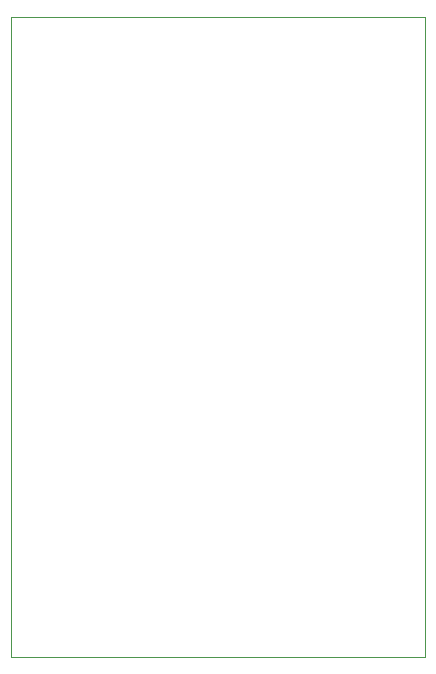
<source format=gbr>
%TF.GenerationSoftware,KiCad,Pcbnew,(6.0.7)*%
%TF.CreationDate,2023-01-08T15:22:18+11:00*%
%TF.ProjectId,Xbox_ATX,58626f78-5f41-4545-982e-6b696361645f,rev?*%
%TF.SameCoordinates,Original*%
%TF.FileFunction,Profile,NP*%
%FSLAX46Y46*%
G04 Gerber Fmt 4.6, Leading zero omitted, Abs format (unit mm)*
G04 Created by KiCad (PCBNEW (6.0.7)) date 2023-01-08 15:22:18*
%MOMM*%
%LPD*%
G01*
G04 APERTURE LIST*
%TA.AperFunction,Profile*%
%ADD10C,0.100000*%
%TD*%
G04 APERTURE END LIST*
D10*
X145288000Y-126873000D02*
X180340000Y-126873000D01*
X180340000Y-126873000D02*
X180340000Y-72644000D01*
X180340000Y-72644000D02*
X145288000Y-72644000D01*
X145288000Y-72644000D02*
X145288000Y-126873000D01*
M02*

</source>
